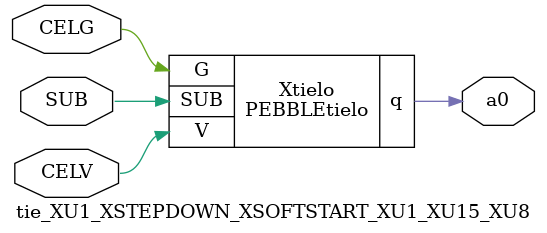
<source format=v>



module PEBBLEtielo ( q, G, SUB, V );

  input V;
  output q;
  input G;
  input SUB;
endmodule

//Celera Confidential Do Not Copy tie_XU1_XSTEPDOWN_XSOFTSTART_XU1_XU15_XU8
//Celera Confidential Symbol Generator
//TIE
module tie_XU1_XSTEPDOWN_XSOFTSTART_XU1_XU15_XU8 (CELV,CELG,a0,SUB);
input CELV;
input CELG;
output a0;
input SUB;

//Celera Confidential Do Not Copy tie
PEBBLEtielo Xtielo(
.V (CELV),
.q (a0),
.SUB (SUB),
.G (CELG)
);
//,diesize,PEBBLEtielo

//Celera Confidential Do Not Copy Module End
//Celera Schematic Generator
endmodule

</source>
